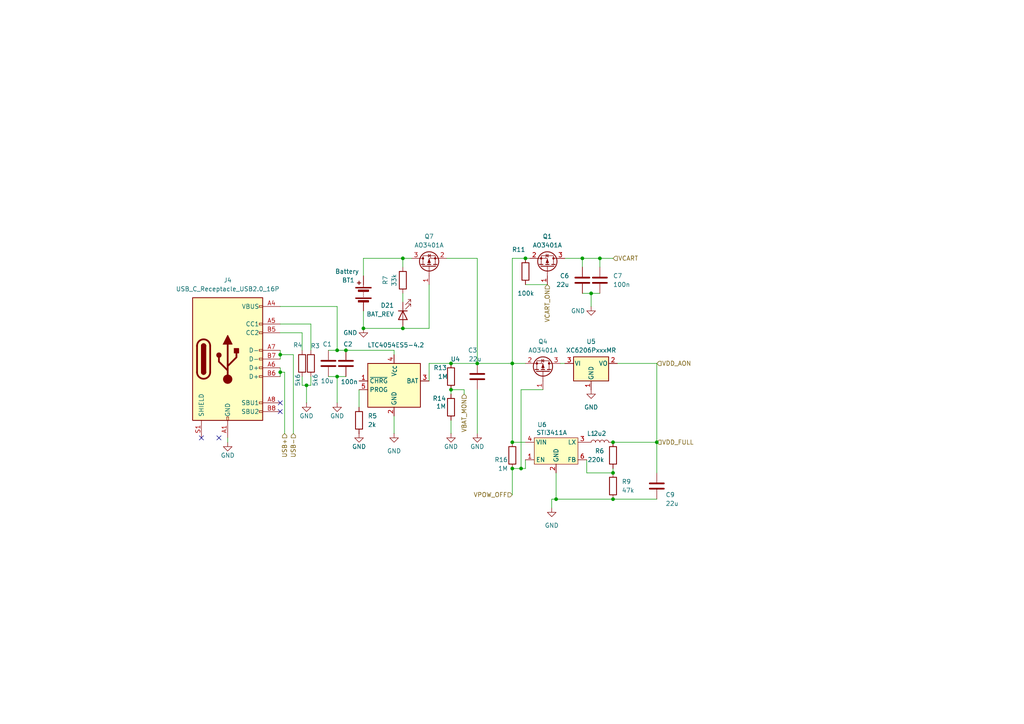
<source format=kicad_sch>
(kicad_sch (version 20231120) (generator "eeschema") (generator_version "8.0")
  (paper "A4")
  (title_block (title "Power systems"))
  (lib_symbols
    (symbol "Battery_Management:LTC4054ES5-4.2"
      (property "Reference" "U" (at -5.842 6.604 0))
      (property "Value" "LTC4054ES5-4.2" (at 1.524 6.604 0))
      (symbol "LTC4054ES5-4.2_0_1"
        (rectangle (start -7.62 5.08) (end 7.62 -7.62) (stroke (width 0.254)) (fill (type background)))
      )
      (symbol "LTC4054ES5-4.2_1_1"
        (pin open_collector line (at -10.16 0 0) (length 2.54) (name "~{CHRG}") (number "1"))
        (pin power_in line (at 0 -10.16 90) (length 2.54) (name "GND") (number "2"))
        (pin power_out line (at 10.16 0 180) (length 2.54) (name "BAT") (number "3"))
        (pin power_in line (at 0 7.62 270) (length 2.54) (name "V_{CC}") (number "4"))
        (pin bidirectional line (at -10.16 -2.54 0) (length 2.54) (name "PROG") (number "5"))
      )
    )
    (symbol "Connector:USB_C_Receptacle_USB2.0_16P" (pin_names (offset 1.016))
      (property "Reference" "J" (at 0 22.225 0))
      (property "Value" "USB_C_Receptacle_USB2.0_16P" (at 0 19.685 0))
      (symbol "USB_C_Receptacle_USB2.0_16P_0_0"
        (rectangle (start -0.254 -17.78) (end 0.254 -16.764))
        (rectangle (start 10.16 -14.986) (end 9.144 -15.494))
        (rectangle (start 10.16 -12.446) (end 9.144 -12.954))
        (rectangle (start 10.16 -4.826) (end 9.144 -5.334))
        (rectangle (start 10.16 -2.286) (end 9.144 -2.794))
        (rectangle (start 10.16 0.254) (end 9.144 -0.254))
        (rectangle (start 10.16 2.794) (end 9.144 2.286))
        (rectangle (start 10.16 7.874) (end 9.144 7.366))
        (rectangle (start 10.16 10.414) (end 9.144 9.906))
        (rectangle (start 10.16 15.494) (end 9.144 14.986))
      )
      (symbol "USB_C_Receptacle_USB2.0_16P_0_1"
        (rectangle (start -10.16 17.78) (end 10.16 -17.78) (stroke (width 0.254)) (fill (type background)))
        (arc (start -8.89 -3.81) (mid -6.985 -5.7067) (end -5.08 -3.81) (stroke (width 0.508)))
        (arc (start -7.62 -3.81) (mid -6.985 -4.4423) (end -6.35 -3.81) (stroke (width 0.254)))
        (arc (start -7.62 -3.81) (mid -6.985 -4.4423) (end -6.35 -3.81) (stroke (width 0.254)) (fill (type outline)))
        (rectangle (start -7.62 -3.81) (end -6.35 3.81) (stroke (width 0.254)) (fill (type outline)))
        (arc (start -6.35 3.81) (mid -6.985 4.4423) (end -7.62 3.81) (stroke (width 0.254)))
        (arc (start -6.35 3.81) (mid -6.985 4.4423) (end -7.62 3.81) (stroke (width 0.254)) (fill (type outline)))
        (arc (start -5.08 3.81) (mid -6.985 5.7067) (end -8.89 3.81) (stroke (width 0.508)))
        (circle (center -2.54 1.143) (radius 0.635) (stroke (width 0.254)) (fill (type outline)))
        (circle (center 0 -5.842) (radius 1.27) (fill (type outline)))
        (polyline (pts (xy -8.89 -3.81) (xy -8.89 3.81)) (stroke (width 0.508)))
        (polyline (pts (xy -5.08 3.81) (xy -5.08 -3.81)) (stroke (width 0.508)))
        (polyline (pts (xy 0 -5.842) (xy 0 4.318)) (stroke (width 0.508)))
        (polyline (pts (xy 0 -3.302) (xy -2.54 -0.762) (xy -2.54 0.508)) (stroke (width 0.508)))
        (polyline (pts (xy 0 -2.032) (xy 2.54 0.508) (xy 2.54 1.778)) (stroke (width 0.508)))
        (polyline (pts (xy -1.27 4.318) (xy 0 6.858) (xy 1.27 4.318) (xy -1.27 4.318)) (stroke (width 0.254)) (fill (type outline)))
        (rectangle (start 1.905 1.778) (end 3.175 3.048) (stroke (width 0.254)) (fill (type outline)))
      )
      (symbol "USB_C_Receptacle_USB2.0_16P_1_1"
        (pin passive line (at 0 -22.86 90) (length 5.08) (name "GND") (number "A1"))
        (pin passive line (at 0 -22.86 90) (length 5.08) hide (name "GND") (number "A12"))
        (pin passive line (at 15.24 15.24 180) (length 5.08) (name "VBUS") (number "A4"))
        (pin bidirectional line (at 15.24 10.16 180) (length 5.08) (name "CC1") (number "A5"))
        (pin bidirectional line (at 15.24 -2.54 180) (length 5.08) (name "D+") (number "A6"))
        (pin bidirectional line (at 15.24 2.54 180) (length 5.08) (name "D-") (number "A7"))
        (pin bidirectional line (at 15.24 -12.7 180) (length 5.08) (name "SBU1") (number "A8"))
        (pin passive line (at 15.24 15.24 180) (length 5.08) hide (name "VBUS") (number "A9"))
        (pin passive line (at 0 -22.86 90) (length 5.08) hide (name "GND") (number "B1"))
        (pin passive line (at 0 -22.86 90) (length 5.08) hide (name "GND") (number "B12"))
        (pin passive line (at 15.24 15.24 180) (length 5.08) hide (name "VBUS") (number "B4"))
        (pin bidirectional line (at 15.24 7.62 180) (length 5.08) (name "CC2") (number "B5"))
        (pin bidirectional line (at 15.24 -5.08 180) (length 5.08) (name "D+") (number "B6"))
        (pin bidirectional line (at 15.24 0 180) (length 5.08) (name "D-") (number "B7"))
        (pin bidirectional line (at 15.24 -15.24 180) (length 5.08) (name "SBU2") (number "B8"))
        (pin passive line (at 15.24 15.24 180) (length 5.08) hide (name "VBUS") (number "B9"))
        (pin passive line (at -7.62 -22.86 90) (length 5.08) (name "SHIELD") (number "S1"))
      )
    )
    (symbol "Device:Battery" (pin_numbers hide) (pin_names (offset 0) hide)
      (property "Reference" "BT" (at 2.54 2.54 0))
      (property "Value" "Battery" (at 2.54 0 0))
      (symbol "Battery_0_1"
        (rectangle (start -2.286 -1.27) (end 2.286 -1.524) (fill (type outline)))
        (rectangle (start -2.286 1.778) (end 2.286 1.524) (fill (type outline)))
        (rectangle (start -1.524 -2.032) (end 1.524 -2.54) (fill (type outline)))
        (rectangle (start -1.524 1.016) (end 1.524 0.508) (fill (type outline)))
        (polyline (pts (xy 0 -1.016) (xy 0 -0.762)))
        (polyline (pts (xy 0 -0.508) (xy 0 -0.254)))
        (polyline (pts (xy 0 0) (xy 0 0.254)))
        (polyline (pts (xy 0 1.778) (xy 0 2.54)))
        (polyline (pts (xy 0.762 3.048) (xy 1.778 3.048)) (stroke (width 0.254)))
        (polyline (pts (xy 1.27 3.556) (xy 1.27 2.54)) (stroke (width 0.254)))
      )
      (symbol "Battery_1_1"
        (pin passive line (at 0 5.08 270) (length 2.54) (name "+") (number "1"))
        (pin passive line (at 0 -5.08 90) (length 2.54) (name "-") (number "2"))
      )
    )
    (symbol "Device:C" (pin_numbers hide) (pin_names (offset 0.254))
      (property "Reference" "C" (at 0.635 2.54 0))
      (property "Value" "C" (at 0.635 -2.54 0))
      (symbol "C_0_1"
        (polyline (pts (xy -2.032 -0.762) (xy 2.032 -0.762)) (stroke (width 0.508)))
        (polyline (pts (xy -2.032 0.762) (xy 2.032 0.762)) (stroke (width 0.508)))
      )
      (symbol "C_1_1"
        (pin passive line (at 0 3.81 270) (length 2.794) (name "~") (number "1"))
        (pin passive line (at 0 -3.81 90) (length 2.794) (name "~") (number "2"))
      )
    )
    (symbol "Device:L" (pin_numbers hide) (pin_names (offset 1.016) hide)
      (property "Reference" "L" (at -1.27 0 90))
      (property "Value" "L" (at 1.905 0 90))
      (symbol "L_0_1"
        (arc (start 0 -2.54) (mid 0.6323 -1.905) (end 0 -1.27))
        (arc (start 0 -1.27) (mid 0.6323 -0.635) (end 0 0))
        (arc (start 0 0) (mid 0.6323 0.635) (end 0 1.27))
        (arc (start 0 1.27) (mid 0.6323 1.905) (end 0 2.54))
      )
      (symbol "L_1_1"
        (pin passive line (at 0 3.81 270) (length 1.27) (name "1") (number "1"))
        (pin passive line (at 0 -3.81 90) (length 1.27) (name "2") (number "2"))
      )
    )
    (symbol "Device:LED" (pin_numbers hide) (pin_names (offset 1.016) hide)
      (property "Reference" "D" (at 0 2.54 0))
      (property "Value" "LED" (at 0 -2.54 0))
      (symbol "LED_0_1"
        (polyline (pts (xy -1.27 -1.27) (xy -1.27 1.27)) (stroke (width 0.254)))
        (polyline (pts (xy -1.27 0) (xy 1.27 0)))
        (polyline (pts (xy 1.27 -1.27) (xy 1.27 1.27) (xy -1.27 0) (xy 1.27 -1.27)) (stroke (width 0.254)))
        (polyline (pts (xy -3.048 -0.762) (xy -4.572 -2.286) (xy -3.81 -2.286) (xy -4.572 -2.286) (xy -4.572 -1.524)))
        (polyline (pts (xy -1.778 -0.762) (xy -3.302 -2.286) (xy -2.54 -2.286) (xy -3.302 -2.286) (xy -3.302 -1.524)))
      )
      (symbol "LED_1_1"
        (pin passive line (at -3.81 0 0) (length 2.54) (name "K") (number "1"))
        (pin passive line (at 3.81 0 180) (length 2.54) (name "A") (number "2"))
      )
    )
    (symbol "Device:R" (pin_numbers hide) (pin_names (offset 0))
      (property "Reference" "R" (at 2.032 0 90))
      (property "Value" "R" (at 0 0 90))
      (symbol "R_0_1"
        (rectangle (start -1.016 -2.54) (end 1.016 2.54) (stroke (width 0.254)))
      )
      (symbol "R_1_1"
        (pin passive line (at 0 3.81 270) (length 1.27) (name "~") (number "1"))
        (pin passive line (at 0 -3.81 90) (length 1.27) (name "~") (number "2"))
      )
    )
    (symbol "Regulator_Linear:XC6206PxxxMR" (pin_names (offset 0.254))
      (property "Reference" "U" (at -3.81 3.175 0))
      (property "Value" "XC6206PxxxMR" (at 0 3.175 0))
      (symbol "XC6206PxxxMR_0_1"
        (rectangle (start -5.08 1.905) (end 5.08 -5.08) (stroke (width 0.254)) (fill (type background)))
      )
      (symbol "XC6206PxxxMR_1_1"
        (pin power_in line (at 0 -7.62 90) (length 2.54) (name "GND") (number "1"))
        (pin power_out line (at 7.62 0 180) (length 2.54) (name "VO") (number "2"))
        (pin power_in line (at -7.62 0 0) (length 2.54) (name "VI") (number "3"))
      )
    )
    (symbol "Transistor_FET:AO3401A" (pin_names hide)
      (property "Reference" "Q" (at 5.08 1.905 0))
      (property "Value" "AO3401A" (at 5.08 0 0))
      (symbol "AO3401A_0_1"
        (polyline (pts (xy 0.254 0) (xy -2.54 0)))
        (polyline (pts (xy 0.254 1.905) (xy 0.254 -1.905)) (stroke (width 0.254)))
        (polyline (pts (xy 0.762 -1.27) (xy 0.762 -2.286)) (stroke (width 0.254)))
        (polyline (pts (xy 0.762 0.508) (xy 0.762 -0.508)) (stroke (width 0.254)))
        (polyline (pts (xy 0.762 2.286) (xy 0.762 1.27)) (stroke (width 0.254)))
        (polyline (pts (xy 2.54 2.54) (xy 2.54 1.778)))
        (polyline (pts (xy 2.54 -2.54) (xy 2.54 0) (xy 0.762 0)))
        (polyline (pts (xy 0.762 1.778) (xy 3.302 1.778) (xy 3.302 -1.778) (xy 0.762 -1.778)))
        (polyline (pts (xy 2.286 0) (xy 1.27 0.381) (xy 1.27 -0.381) (xy 2.286 0)) (fill (type outline)))
        (polyline (pts (xy 2.794 -0.508) (xy 2.921 -0.381) (xy 3.683 -0.381) (xy 3.81 -0.254)))
        (polyline (pts (xy 3.302 -0.381) (xy 2.921 0.254) (xy 3.683 0.254) (xy 3.302 -0.381)))
        (circle (center 1.651 0) (radius 2.794) (stroke (width 0.254)))
        (circle (center 2.54 -1.778) (radius 0.254) (fill (type outline)))
        (circle (center 2.54 1.778) (radius 0.254) (fill (type outline)))
      )
      (symbol "AO3401A_1_1"
        (pin input line (at -5.08 0 0) (length 2.54) (name "G") (number "1"))
        (pin passive line (at 2.54 -5.08 90) (length 2.54) (name "S") (number "2"))
        (pin passive line (at 2.54 5.08 270) (length 2.54) (name "D") (number "3"))
      )
    )
    (symbol "custom:STI3411"
      (property "Reference" "U" (at 1.27 1.27 0))
      (symbol "STI3411_1_1"
        (rectangle (start 0 0) (end 12.7 -7.62) (fill (type background)))
        (pin input line (at -2.54 -6.35 0) (length 2.54) (name "EN") (number "1"))
        (pin power_in line (at 6.35 -10.16 90) (length 2.54) (name "GND") (number "2"))
        (pin power_out line (at 15.24 -1.27 180) (length 2.54) (name "LX") (number "3"))
        (pin power_in line (at -2.54 -1.27 0) (length 2.54) (name "VIN") (number "4"))
        (pin input line (at 15.24 -6.35 180) (length 2.54) (name "FB") (number "6"))
      )
    )
    (symbol "power:GND" (power) (pin_numbers hide) (pin_names (offset 0) hide)
      (property "Value" "GND" (at 0 -3.81 0))
      (symbol "GND_0_1"
        (polyline (pts (xy 0 0) (xy 0 -1.27) (xy 1.27 -1.27) (xy 0 -2.54) (xy -1.27 -1.27) (xy 0 -1.27)))
      )
      (symbol "GND_1_1"
        (pin power_in line (at 0 0 270) (length 0) (name "~") (number "1"))
      )
    )
  )
  (junction (at 81.28 107.95))
  (junction (at 138.43 105.41))
  (junction (at 168.91 74.93))
  (junction (at 88.9 111.76))
  (junction (at 130.81 105.41))
  (junction (at 148.59 135.89))
  (junction (at 171.45 85.09))
  (junction (at 151.13 135.89))
  (junction (at 97.79 109.22))
  (junction (at 148.59 128.27))
  (junction (at 161.29 144.78))
  (junction (at 173.99 74.93))
  (junction (at 97.79 101.6))
  (junction (at 177.8 128.27))
  (junction (at 148.59 105.41))
  (junction (at 177.8 137.16))
  (junction (at 116.84 95.25))
  (junction (at 100.33 101.6))
  (junction (at 152.4 74.93))
  (junction (at 105.41 95.25))
  (junction (at 190.5 128.27))
  (junction (at 130.81 113.03))
  (junction (at 177.8 144.78))
  (junction (at 81.28 102.87))
  (junction (at 116.84 74.93))
  (no_connect (at 63.5 127))
  (no_connect (at 58.42 127))
  (no_connect (at 81.28 116.84))
  (no_connect (at 81.28 119.38))
  (wire (pts (xy 162.56 105.41) (xy 163.83 105.41)))
  (wire (pts (xy 152.4 74.93) (xy 153.67 74.93)))
  (wire (pts (xy 148.59 105.41) (xy 148.59 74.93)))
  (wire (pts (xy 173.99 74.93) (xy 173.99 77.47)))
  (wire (pts (xy 171.45 85.09) (xy 171.45 88.9)))
  (wire (pts (xy 148.59 74.93) (xy 152.4 74.93)))
  (wire (pts (xy 114.3 101.6) (xy 114.3 102.87)))
  (wire (pts (xy 81.28 102.87) (xy 85.09 102.87)))
  (wire (pts (xy 105.41 95.25) (xy 116.84 95.25)))
  (wire (pts (xy 95.25 109.22) (xy 97.79 109.22)))
  (wire (pts (xy 152.4 82.55) (xy 158.75 82.55)))
  (wire (pts (xy 97.79 88.9) (xy 97.79 101.6)))
  (wire (pts (xy 81.28 107.95) (xy 81.28 109.22)))
  (wire (pts (xy 116.84 85.09) (xy 116.84 87.63)))
  (wire (pts (xy 90.17 111.76) (xy 88.9 111.76)))
  (wire (pts (xy 95.25 101.6) (xy 97.79 101.6)))
  (wire (pts (xy 148.59 135.89) (xy 148.59 143.51)))
  (wire (pts (xy 151.13 113.03) (xy 157.48 113.03)))
  (wire (pts (xy 148.59 105.41) (xy 152.4 105.41)))
  (wire (pts (xy 138.43 113.03) (xy 138.43 125.73)))
  (wire (pts (xy 104.14 118.11) (xy 104.14 113.03)))
  (wire (pts (xy 179.07 105.41) (xy 190.5 105.41)))
  (wire (pts (xy 177.8 135.89) (xy 177.8 137.16)))
  (wire (pts (xy 119.38 74.93) (xy 116.84 74.93)))
  (wire (pts (xy 97.79 101.6) (xy 100.33 101.6)))
  (wire (pts (xy 152.4 135.89) (xy 152.4 133.35)))
  (wire (pts (xy 82.55 125.73) (xy 82.55 107.95)))
  (wire (pts (xy 66.04 128.27) (xy 66.04 127)))
  (wire (pts (xy 88.9 111.76) (xy 88.9 116.84)))
  (wire (pts (xy 81.28 96.52) (xy 87.63 96.52)))
  (wire (pts (xy 81.28 101.6) (xy 81.28 102.87)))
  (wire (pts (xy 134.62 113.03) (xy 134.62 114.3)))
  (wire (pts (xy 148.59 128.27) (xy 152.4 128.27)))
  (wire (pts (xy 124.46 82.55) (xy 124.46 95.25)))
  (wire (pts (xy 168.91 74.93) (xy 168.91 77.47)))
  (wire (pts (xy 87.63 109.22) (xy 87.63 111.76)))
  (wire (pts (xy 151.13 113.03) (xy 151.13 135.89)))
  (wire (pts (xy 100.33 101.6) (xy 114.3 101.6)))
  (wire (pts (xy 177.8 137.16) (xy 170.18 137.16)))
  (wire (pts (xy 148.59 105.41) (xy 148.59 128.27)))
  (wire (pts (xy 130.81 113.03) (xy 130.81 114.3)))
  (wire (pts (xy 90.17 109.22) (xy 90.17 111.76)))
  (wire (pts (xy 190.5 128.27) (xy 190.5 137.16)))
  (wire (pts (xy 105.41 74.93) (xy 105.41 80.01)))
  (wire (pts (xy 130.81 105.41) (xy 138.43 105.41)))
  (wire (pts (xy 116.84 74.93) (xy 105.41 74.93)))
  (wire (pts (xy 160.02 147.32) (xy 160.02 144.78)))
  (wire (pts (xy 190.5 105.41) (xy 190.5 128.27)))
  (wire (pts (xy 82.55 107.95) (xy 81.28 107.95)))
  (wire (pts (xy 163.83 74.93) (xy 168.91 74.93)))
  (wire (pts (xy 161.29 144.78) (xy 160.02 144.78)))
  (wire (pts (xy 173.99 74.93) (xy 177.8 74.93)))
  (wire (pts (xy 85.09 102.87) (xy 85.09 125.73)))
  (wire (pts (xy 130.81 121.92) (xy 130.81 125.73)))
  (wire (pts (xy 168.91 74.93) (xy 173.99 74.93)))
  (wire (pts (xy 161.29 144.78) (xy 177.8 144.78)))
  (wire (pts (xy 151.13 135.89) (xy 152.4 135.89)))
  (wire (pts (xy 116.84 77.47) (xy 116.84 74.93)))
  (wire (pts (xy 190.5 128.27) (xy 177.8 128.27)))
  (wire (pts (xy 170.18 133.35) (xy 170.18 137.16)))
  (wire (pts (xy 177.8 144.78) (xy 190.5 144.78)))
  (wire (pts (xy 97.79 109.22) (xy 97.79 116.84)))
  (wire (pts (xy 90.17 101.6) (xy 90.17 93.98)))
  (wire (pts (xy 148.59 135.89) (xy 151.13 135.89)))
  (wire (pts (xy 171.45 85.09) (xy 173.99 85.09)))
  (wire (pts (xy 134.62 113.03) (xy 130.81 113.03)))
  (wire (pts (xy 81.28 88.9) (xy 97.79 88.9)))
  (wire (pts (xy 81.28 106.68) (xy 81.28 107.95)))
  (wire (pts (xy 88.9 111.76) (xy 87.63 111.76)))
  (wire (pts (xy 97.79 109.22) (xy 100.33 109.22)))
  (wire (pts (xy 129.54 74.93) (xy 138.43 74.93)))
  (wire (pts (xy 116.84 95.25) (xy 124.46 95.25)))
  (wire (pts (xy 138.43 74.93) (xy 138.43 105.41)))
  (wire (pts (xy 161.29 137.16) (xy 161.29 144.78)))
  (wire (pts (xy 87.63 96.52) (xy 87.63 101.6)))
  (wire (pts (xy 81.28 102.87) (xy 81.28 104.14)))
  (wire (pts (xy 138.43 105.41) (xy 148.59 105.41)))
  (wire (pts (xy 105.41 90.17) (xy 105.41 95.25)))
  (wire (pts (xy 124.46 105.41) (xy 124.46 110.49)))
  (wire (pts (xy 81.28 93.98) (xy 90.17 93.98)))
  (wire (pts (xy 168.91 85.09) (xy 171.45 85.09)))
  (wire (pts (xy 124.46 105.41) (xy 130.81 105.41)))
  (wire (pts (xy 114.3 120.65) (xy 114.3 125.73)))
  (hierarchical_label "USB-" (shape input) (at 85.09 125.73 270))
  (hierarchical_label "VDD_FULL" (shape input) (at 190.5 128.27 0))
  (hierarchical_label "VDD_AON" (shape input) (at 190.5 105.41 0))
  (hierarchical_label "VBAT_MON" (shape input) (at 134.62 114.3 270))
  (hierarchical_label "VCART_ON" (shape input) (at 158.75 82.55 270))
  (hierarchical_label "VCART" (shape input) (at 177.8 74.93 0))
  (hierarchical_label "USB+" (shape input) (at 82.55 125.73 270))
  (hierarchical_label "VPOW_OFF" (shape input) (at 148.59 143.51 180))
  (symbol (lib_id "power:GND") (at 88.9 116.84 0) (unit 1)
    (property "Reference" "#PWR027" (effects (hide yes)))
    (property "Value" "GND" (at 88.9 120.65 0))
    (property "Description" "Power symbol creates a global label with name \"GND\" , ground" (effects (hide yes)))
  )
  (symbol (lib_id "Device:R") (at 116.84 81.28 0) (mirror y) (unit 1)
    (property "Reference" "R7" (at 111.76 81.28 90))
    (property "Value" "33k" (at 114.3 81.28 90))
    (property "Footprint" "Resistor_SMD:R_0805_2012Metric_Pad1.20x1.40mm_HandSolder" (effects (hide yes)))
    (property "Description" "Resistor" (effects (hide yes)))
  )
  (symbol (lib_id "Transistor_FET:AO3401A") (at 158.75 77.47 270) (mirror x) (unit 1)
    (property "Reference" "Q1" (at 158.75 68.58 90))
    (property "Value" "AO3401A" (at 158.75 71.12 90))
    (property "Footprint" "Package_TO_SOT_SMD:SOT-23" (effects (hide yes)))
    (property "Datasheet" "http://www.aosmd.com/pdfs/datasheet/AO3401A.pdf" (effects (hide yes)))
    (property "Description" "-4.0A Id, -30V Vds, P-Channel MOSFET, SOT-23" (effects (hide yes)))
  )
  (symbol (lib_id "Device:C") (at 95.25 105.41 0) (mirror y) (unit 1)
    (property "Reference" "C1" (at 96.266 99.822 0) (effects (justify left)))
    (property "Value" "10u" (at 96.774 110.49 0) (effects (justify left)))
    (property "Footprint" "Capacitor_SMD:C_1210_3225Metric_Pad1.33x2.70mm_HandSolder" (effects (hide yes)))
    (property "Description" "Unpolarized capacitor" (effects (hide yes)))
  )
  (symbol (lib_id "Battery_Management:LTC4054ES5-4.2") (at 114.3 110.49 0) (unit 1)
    (property "Reference" "U4" (at 132.08 104.1714 0))
    (property "Value" "LTC4054ES5-4.2" (at 114.808 100.076 0))
    (property "Footprint" "Package_TO_SOT_SMD:TSOT-23-5" (effects (hide yes)))
    (property "Datasheet" "https://www.analog.com/media/en/technical-documentation/data-sheets/405442xf.pdf" (effects (hide yes)))
    (property "Description" "Constant-current/constant-voltage linear charger for single cell lithium-ion batteries with 2.9V Trickle Charge, 4.5V to 6.5V VDD, -40 to +85 degree Celsius, TSOT-23-5" (effects (hide yes)))
  )
  (symbol (lib_id "power:GND") (at 171.45 113.03 0) (unit 1)
    (property "Reference" "#PWR013" (effects (hide yes)))
    (property "Value" "GND" (at 171.45 118.11 0))
    (property "Description" "Power symbol creates a global label with name \"GND\" , ground" (effects (hide yes)))
  )
  (symbol (lib_id "power:GND") (at 66.04 128.27 0) (unit 1)
    (property "Reference" "#PWR04" (effects (hide yes)))
    (property "Value" "GND" (at 66.04 132.08 0))
    (property "Description" "Power symbol creates a global label with name \"GND\" , ground" (effects (hide yes)))
  )
  (symbol (lib_id "Device:L") (at 173.99 128.27 90) (unit 1)
    (property "Reference" "L1" (at 171.45 125.73 90))
    (property "Value" "2u2" (at 173.99 125.73 90))
    (property "Footprint" "Inductor_SMD:L_Chilisin_BMRA00050530" (effects (hide yes)))
    (property "Description" "Inductor" (effects (hide yes)))
  )
  (symbol (lib_id "Device:C") (at 190.5 140.97 0) (mirror y) (unit 1)
    (property "Reference" "C9" (at 193.04 143.51 0) (effects (justify right)))
    (property "Value" "22u" (at 193.04 146.05 0) (effects (justify right)))
    (property "Footprint" "Capacitor_SMD:C_0805_2012Metric_Pad1.18x1.45mm_HandSolder" (effects (hide yes)))
    (property "Description" "Unpolarized capacitor" (effects (hide yes)))
  )
  (symbol (lib_id "power:GND") (at 171.45 88.9 0) (mirror y) (unit 1)
    (property "Reference" "#PWR026" (effects (hide yes)))
    (property "Value" "GND" (at 167.64 90.17 0))
    (property "Description" "Power symbol creates a global label with name \"GND\" , ground" (effects (hide yes)))
  )
  (symbol (lib_id "power:GND") (at 160.02 147.32 0) (unit 1)
    (property "Reference" "#PWR017" (effects (hide yes)))
    (property "Value" "GND" (at 160.02 152.4 0))
    (property "Description" "Power symbol creates a global label with name \"GND\" , ground" (effects (hide yes)))
  )
  (symbol (lib_id "Device:R") (at 130.81 109.22 0) (unit 1)
    (property "Reference" "R13" (at 125.73 106.68 0) (effects (justify left)))
    (property "Value" "1M" (at 127 109.22 0) (effects (justify left)))
    (property "Footprint" "Resistor_SMD:R_0805_2012Metric_Pad1.20x1.40mm_HandSolder" (effects (hide yes)))
    (property "Description" "Resistor" (effects (hide yes)))
  )
  (symbol (lib_id "Device:C") (at 168.91 81.28 0) (mirror y) (unit 1)
    (property "Reference" "C6" (at 165.1 80.01 0) (effects (justify left)))
    (property "Value" "22u" (at 165.1 82.55 0) (effects (justify left)))
    (property "Footprint" "Resistor_SMD:R_1210_3225Metric_Pad1.30x2.65mm_HandSolder" (effects (hide yes)))
    (property "Description" "Unpolarized capacitor" (effects (hide yes)))
  )
  (symbol (lib_id "Device:R") (at 177.8 132.08 0) (mirror y) (unit 1)
    (property "Reference" "R6" (at 175.26 130.81 0) (effects (justify left)))
    (property "Value" "220k" (at 175.26 133.35 0) (effects (justify left)))
    (property "Footprint" "Resistor_SMD:R_0805_2012Metric_Pad1.20x1.40mm_HandSolder" (effects (hide yes)))
    (property "Description" "Resistor" (effects (hide yes)))
  )
  (symbol (lib_id "custom:STI3411") (at 154.94 127 0) (unit 1)
    (property "Reference" "U6" (at 157.226 123.19 0))
    (property "Value" "STI3411A" (at 160.02 125.476 0))
    (property "Footprint" "Package_TO_SOT_SMD:SOT-23-5_HandSoldering" (effects (hide yes)))
  )
  (symbol (lib_id "Device:R") (at 177.8 140.97 0) (unit 1)
    (property "Reference" "R9" (at 180.34 139.7 0) (effects (justify left)))
    (property "Value" "47k" (at 180.34 142.24 0) (effects (justify left)))
    (property "Footprint" "Resistor_SMD:R_0805_2012Metric_Pad1.20x1.40mm_HandSolder" (effects (hide yes)))
    (property "Description" "Resistor" (effects (hide yes)))
  )
  (symbol (lib_id "Transistor_FET:AO3401A") (at 124.46 77.47 90) (unit 1)
    (property "Reference" "Q7" (at 124.46 68.58 90))
    (property "Value" "AO3401A" (at 124.46 71.12 90))
    (property "Footprint" "Package_TO_SOT_SMD:SOT-23" (effects (hide yes)))
    (property "Datasheet" "http://www.aosmd.com/pdfs/datasheet/AO3401A.pdf" (effects (hide yes)))
    (property "Description" "-4.0A Id, -30V Vds, P-Channel MOSFET, SOT-23" (effects (hide yes)))
  )
  (symbol (lib_id "Device:LED") (at 116.84 91.44 90) (mirror x) (unit 1)
    (property "Reference" "D21" (at 114.3 88.5825 90) (effects (justify left)))
    (property "Value" "BAT_REV" (at 114.3 91.1225 90) (effects (justify left)))
    (property "Footprint" "Resistor_SMD:R_0805_2012Metric_Pad1.20x1.40mm_HandSolder" (effects (hide yes)))
    (property "Description" "Light emitting diode" (effects (hide yes)))
  )
  (symbol (lib_id "Device:R") (at 90.17 105.41 0) (unit 1)
    (property "Reference" "R3" (at 91.44 100.33 0))
    (property "Value" "5k6" (at 91.44 110.236 90))
    (property "Footprint" "Resistor_SMD:R_0805_2012Metric_Pad1.20x1.40mm_HandSolder" (effects (hide yes)))
    (property "Description" "Resistor" (effects (hide yes)))
  )
  (symbol (lib_id "Device:R") (at 148.59 132.08 0) (mirror y) (unit 1)
    (property "Reference" "R16" (at 147.32 133.35 0) (effects (justify left)))
    (property "Value" "1M" (at 147.32 135.89 0) (effects (justify left)))
    (property "Footprint" "Resistor_SMD:R_0805_2012Metric_Pad1.20x1.40mm_HandSolder" (effects (hide yes)))
    (property "Description" "Resistor" (effects (hide yes)))
  )
  (symbol (lib_id "power:GND") (at 114.3 125.73 0) (unit 1)
    (property "Reference" "#PWR09" (effects (hide yes)))
    (property "Value" "GND" (at 114.3 130.81 0))
    (property "Description" "Power symbol creates a global label with name \"GND\" , ground" (effects (hide yes)))
  )
  (symbol (lib_id "Transistor_FET:AO3401A") (at 157.48 107.95 270) (mirror x) (unit 1)
    (property "Reference" "Q4" (at 157.48 99.06 90))
    (property "Value" "AO3401A" (at 157.48 101.6 90))
    (property "Footprint" "Package_TO_SOT_SMD:SOT-23" (effects (hide yes)))
    (property "Datasheet" "http://www.aosmd.com/pdfs/datasheet/AO3401A.pdf" (effects (hide yes)))
    (property "Description" "-4.0A Id, -30V Vds, P-Channel MOSFET, SOT-23" (effects (hide yes)))
  )
  (symbol (lib_id "Regulator_Linear:XC6206PxxxMR") (at 171.45 105.41 0) (unit 1)
    (property "Reference" "U5" (at 171.45 99.06 0))
    (property "Value" "XC6206PxxxMR" (at 171.45 101.6 0))
    (property "Footprint" "Package_TO_SOT_SMD:SOT-23-3" (effects (hide yes)))
    (property "Datasheet" "https://www.torexsemi.com/file/xc6206/XC6206.pdf" (effects (hide yes)))
    (property "Description" "Positive 60-250mA Low Dropout Regulator, Fixed Output, SOT-23" (effects (hide yes)))
  )
  (symbol (lib_id "Device:R") (at 104.14 121.92 0) (unit 1)
    (property "Reference" "R5" (at 106.68 120.65 0) (effects (justify left)))
    (property "Value" "2k" (at 106.68 123.19 0) (effects (justify left)))
    (property "Footprint" "Resistor_SMD:R_0805_2012Metric_Pad1.20x1.40mm_HandSolder" (effects (hide yes)))
    (property "Description" "Resistor" (effects (hide yes)))
  )
  (symbol (lib_id "power:GND") (at 130.81 125.73 0) (unit 1)
    (property "Reference" "#PWR016" (effects (hide yes)))
    (property "Value" "GND" (at 130.81 129.54 0))
    (property "Description" "Power symbol creates a global label with name \"GND\" , ground" (effects (hide yes)))
  )
  (symbol (lib_id "Device:Battery") (at 105.41 85.09 0) (mirror y) (unit 1)
    (property "Reference" "BT1" (at 102.87 81.28 0) (effects (justify left)))
    (property "Value" "Battery" (at 104.14 78.74 0) (effects (justify left)))
    (property "Footprint" "footprints:LiIon18650" (effects (hide yes)))
    (property "Description" "Multiple-cell battery" (effects (hide yes)))
  )
  (symbol (lib_id "power:GND") (at 138.43 125.73 0) (unit 1)
    (property "Reference" "#PWR011" (effects (hide yes)))
    (property "Value" "GND" (at 138.43 129.54 0))
    (property "Description" "Power symbol creates a global label with name \"GND\" , ground" (effects (hide yes)))
  )
  (symbol (lib_id "power:GND") (at 105.41 95.25 0) (mirror y) (unit 1)
    (property "Reference" "#PWR06" (effects (hide yes)))
    (property "Value" "GND" (at 101.6 96.52 0))
    (property "Description" "Power symbol creates a global label with name \"GND\" , ground" (effects (hide yes)))
  )
  (symbol (lib_id "Device:R") (at 87.63 105.41 0) (mirror y) (unit 1)
    (property "Reference" "R4" (at 86.36 100.076 0))
    (property "Value" "5k6" (at 86.36 110.236 90))
    (property "Footprint" "Resistor_SMD:R_0805_2012Metric_Pad1.20x1.40mm_HandSolder" (effects (hide yes)))
    (property "Description" "Resistor" (effects (hide yes)))
  )
  (symbol (lib_id "Device:C") (at 138.43 109.22 0) (mirror y) (unit 1)
    (property "Reference" "C3" (at 138.43 101.6 0) (effects (justify left)))
    (property "Value" "22u" (at 139.7 104.14 0) (effects (justify left)))
    (property "Footprint" "Capacitor_SMD:C_1210_3225Metric_Pad1.33x2.70mm_HandSolder" (effects (hide yes)))
    (property "Description" "Unpolarized capacitor" (effects (hide yes)))
  )
  (symbol (lib_id "Device:R") (at 130.81 118.11 0) (unit 1)
    (property "Reference" "R14" (at 125.476 115.57 0) (effects (justify left)))
    (property "Value" "1M" (at 126.492 117.856 0) (effects (justify left)))
    (property "Footprint" "Resistor_SMD:R_0805_2012Metric_Pad1.20x1.40mm_HandSolder" (effects (hide yes)))
    (property "Description" "Resistor" (effects (hide yes)))
  )
  (symbol (lib_id "power:GND") (at 97.79 116.84 0) (unit 1)
    (property "Reference" "#PWR08" (effects (hide yes)))
    (property "Value" "GND" (at 97.79 120.65 0))
    (property "Description" "Power symbol creates a global label with name \"GND\" , ground" (effects (hide yes)))
  )
  (symbol (lib_id "Device:R") (at 152.4 78.74 0) (mirror y) (unit 1)
    (property "Reference" "R11" (at 152.4 72.39 0) (effects (justify left)))
    (property "Value" "100k" (at 154.94 85.09 0) (effects (justify left)))
    (property "Footprint" "Resistor_SMD:R_0805_2012Metric_Pad1.20x1.40mm_HandSolder" (effects (hide yes)))
    (property "Description" "Resistor" (effects (hide yes)))
  )
  (symbol (lib_id "Device:C") (at 100.33 105.41 0) (unit 1)
    (property "Reference" "C2" (at 99.568 99.822 0) (effects (justify left)))
    (property "Value" "100n" (at 98.806 110.744 0) (effects (justify left)))
    (property "Footprint" "Capacitor_SMD:C_0805_2012Metric" (effects (hide yes)))
    (property "Description" "Unpolarized capacitor" (effects (hide yes)))
  )
  (symbol (lib_id "Connector:USB_C_Receptacle_USB2.0_16P") (at 66.04 104.14 0) (unit 1)
    (property "Reference" "J4" (at 66.04 81.28 0))
    (property "Value" "USB_C_Receptacle_USB2.0_16P" (at 66.04 83.82 0))
    (property "Footprint" "Connector_USB:USB_C_Receptacle_GCT_USB4105-xx-A_16P_TopMnt_Horizontal" (effects (hide yes)))
    (property "Datasheet" "https://www.usb.org/sites/default/files/documents/usb_type-c.zip" (effects (hide yes)))
    (property "Description" "USB 2.0-only 16P Type-C Receptacle connector" (effects (hide yes)))
  )
  (symbol (lib_id "power:GND") (at 104.14 125.73 0) (unit 1)
    (property "Reference" "#PWR010" (effects (hide yes)))
    (property "Value" "GND" (at 104.14 129.54 0))
    (property "Description" "Power symbol creates a global label with name \"GND\" , ground" (effects (hide yes)))
  )
  (symbol (lib_id "Device:C") (at 173.99 81.28 0) (unit 1)
    (property "Reference" "C7" (at 177.8 80.01 0) (effects (justify left)))
    (property "Value" "100n" (at 177.8 82.55 0) (effects (justify left)))
    (property "Footprint" "Resistor_SMD:R_0805_2012Metric_Pad1.20x1.40mm_HandSolder" (effects (hide yes)))
    (property "Description" "Unpolarized capacitor" (effects (hide yes)))
  )
)
</source>
